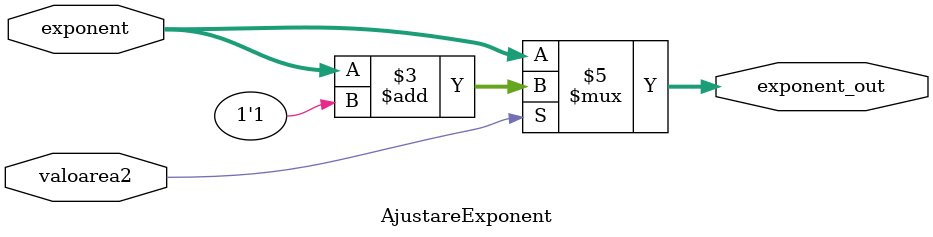
<source format=v>
`timescale 1ns / 1ps


module AjustareExponent (exponent, valoarea2, exponent_out);
	
	input wire [4:0] exponent;
	input wire valoarea2;
	output reg [4:0] exponent_out;
	
    always @ (exponent | valoarea2)
        begin
            if (valoarea2 == 1'b1)
                begin
                    exponent_out = exponent + 1'b1;		
                end
            else
                begin
                    exponent_out = exponent;
                end
        end
endmodule

</source>
